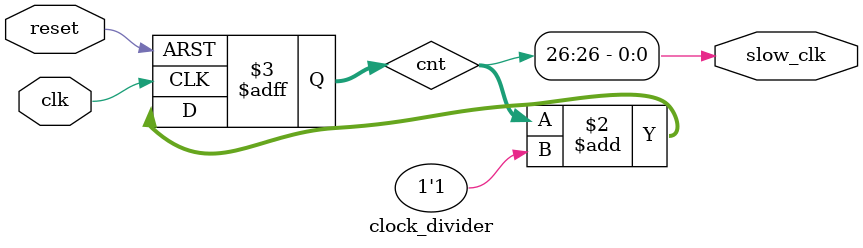
<source format=v>

module clock_divider #(
    parameter WIDTH = 27,
    parameter BIT   = 26
)(
    input  wire        clk,
    input  wire        reset,
    output wire        slow_clk
);
    reg [WIDTH-1:0] cnt;
    always @(posedge clk or posedge reset) begin
        if (reset)   cnt <= {WIDTH{1'b0}};
        else         cnt <= cnt + 1'b1;
    end
    assign slow_clk = cnt[BIT];
endmodule

</source>
